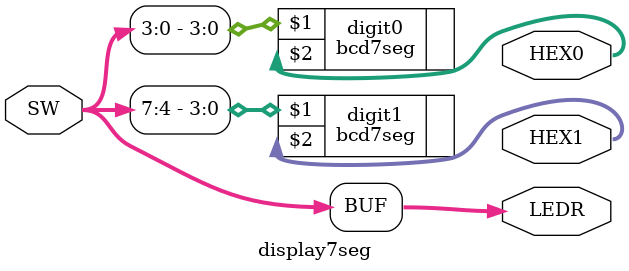
<source format=v>

module display7seg(SW,LEDR,HEX1,HEX0);
	input [7:0] SW;							//8 input switches
	output [7:0] LEDR;						//8 LED outputs
	output [0:6] HEX1,HEX0;					//2 x 7-segment displays
	
	assign LEDR = SW;							//condition of switches indicated by LEDs
	
//drive the displays through 7-segment decoders
	
	bcd7seg digit1(SW[7:4],HEX1);			//reference to sub-module bcd7seg
	bcd7seg digit0(SW[3:0],HEX0);			//reference to sub-module bcd7seg
	
endmodule //end display7seg
</source>
